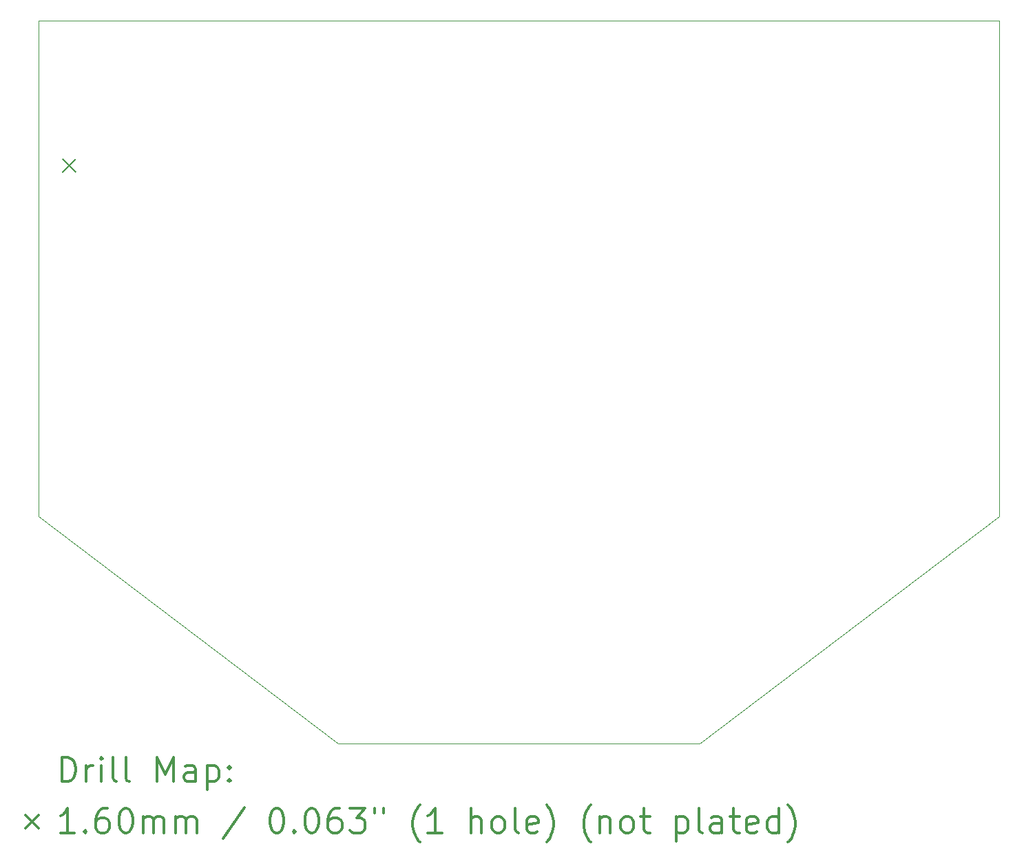
<source format=gbr>
%FSLAX45Y45*%
G04 Gerber Fmt 4.5, Leading zero omitted, Abs format (unit mm)*
G04 Created by KiCad (PCBNEW 5.1.7-a382d34a8~87~ubuntu20.04.1) date 2020-10-16 12:12:10*
%MOMM*%
%LPD*%
G01*
G04 APERTURE LIST*
%TA.AperFunction,Profile*%
%ADD10C,0.050000*%
%TD*%
%ADD11C,0.200000*%
%ADD12C,0.300000*%
G04 APERTURE END LIST*
D10*
X24511000Y-8382000D02*
X20828000Y-11176000D01*
X16383000Y-11176000D02*
X12700000Y-8382000D01*
X12700000Y-8382000D02*
X12700000Y-2286000D01*
X20828000Y-11176000D02*
X16383000Y-11176000D01*
X24511000Y-2286000D02*
X24511000Y-8382000D01*
X12700000Y-2286000D02*
X24511000Y-2286000D01*
D11*
X12990000Y-3984000D02*
X13150000Y-4144000D01*
X13150000Y-3984000D02*
X12990000Y-4144000D01*
D12*
X12983928Y-11644214D02*
X12983928Y-11344214D01*
X13055357Y-11344214D01*
X13098214Y-11358500D01*
X13126786Y-11387071D01*
X13141071Y-11415643D01*
X13155357Y-11472786D01*
X13155357Y-11515643D01*
X13141071Y-11572786D01*
X13126786Y-11601357D01*
X13098214Y-11629929D01*
X13055357Y-11644214D01*
X12983928Y-11644214D01*
X13283928Y-11644214D02*
X13283928Y-11444214D01*
X13283928Y-11501357D02*
X13298214Y-11472786D01*
X13312500Y-11458500D01*
X13341071Y-11444214D01*
X13369643Y-11444214D01*
X13469643Y-11644214D02*
X13469643Y-11444214D01*
X13469643Y-11344214D02*
X13455357Y-11358500D01*
X13469643Y-11372786D01*
X13483928Y-11358500D01*
X13469643Y-11344214D01*
X13469643Y-11372786D01*
X13655357Y-11644214D02*
X13626786Y-11629929D01*
X13612500Y-11601357D01*
X13612500Y-11344214D01*
X13812500Y-11644214D02*
X13783928Y-11629929D01*
X13769643Y-11601357D01*
X13769643Y-11344214D01*
X14155357Y-11644214D02*
X14155357Y-11344214D01*
X14255357Y-11558500D01*
X14355357Y-11344214D01*
X14355357Y-11644214D01*
X14626786Y-11644214D02*
X14626786Y-11487071D01*
X14612500Y-11458500D01*
X14583928Y-11444214D01*
X14526786Y-11444214D01*
X14498214Y-11458500D01*
X14626786Y-11629929D02*
X14598214Y-11644214D01*
X14526786Y-11644214D01*
X14498214Y-11629929D01*
X14483928Y-11601357D01*
X14483928Y-11572786D01*
X14498214Y-11544214D01*
X14526786Y-11529929D01*
X14598214Y-11529929D01*
X14626786Y-11515643D01*
X14769643Y-11444214D02*
X14769643Y-11744214D01*
X14769643Y-11458500D02*
X14798214Y-11444214D01*
X14855357Y-11444214D01*
X14883928Y-11458500D01*
X14898214Y-11472786D01*
X14912500Y-11501357D01*
X14912500Y-11587071D01*
X14898214Y-11615643D01*
X14883928Y-11629929D01*
X14855357Y-11644214D01*
X14798214Y-11644214D01*
X14769643Y-11629929D01*
X15041071Y-11615643D02*
X15055357Y-11629929D01*
X15041071Y-11644214D01*
X15026786Y-11629929D01*
X15041071Y-11615643D01*
X15041071Y-11644214D01*
X15041071Y-11458500D02*
X15055357Y-11472786D01*
X15041071Y-11487071D01*
X15026786Y-11472786D01*
X15041071Y-11458500D01*
X15041071Y-11487071D01*
X12537500Y-12058500D02*
X12697500Y-12218500D01*
X12697500Y-12058500D02*
X12537500Y-12218500D01*
X13141071Y-12274214D02*
X12969643Y-12274214D01*
X13055357Y-12274214D02*
X13055357Y-11974214D01*
X13026786Y-12017071D01*
X12998214Y-12045643D01*
X12969643Y-12059929D01*
X13269643Y-12245643D02*
X13283928Y-12259929D01*
X13269643Y-12274214D01*
X13255357Y-12259929D01*
X13269643Y-12245643D01*
X13269643Y-12274214D01*
X13541071Y-11974214D02*
X13483928Y-11974214D01*
X13455357Y-11988500D01*
X13441071Y-12002786D01*
X13412500Y-12045643D01*
X13398214Y-12102786D01*
X13398214Y-12217071D01*
X13412500Y-12245643D01*
X13426786Y-12259929D01*
X13455357Y-12274214D01*
X13512500Y-12274214D01*
X13541071Y-12259929D01*
X13555357Y-12245643D01*
X13569643Y-12217071D01*
X13569643Y-12145643D01*
X13555357Y-12117071D01*
X13541071Y-12102786D01*
X13512500Y-12088500D01*
X13455357Y-12088500D01*
X13426786Y-12102786D01*
X13412500Y-12117071D01*
X13398214Y-12145643D01*
X13755357Y-11974214D02*
X13783928Y-11974214D01*
X13812500Y-11988500D01*
X13826786Y-12002786D01*
X13841071Y-12031357D01*
X13855357Y-12088500D01*
X13855357Y-12159929D01*
X13841071Y-12217071D01*
X13826786Y-12245643D01*
X13812500Y-12259929D01*
X13783928Y-12274214D01*
X13755357Y-12274214D01*
X13726786Y-12259929D01*
X13712500Y-12245643D01*
X13698214Y-12217071D01*
X13683928Y-12159929D01*
X13683928Y-12088500D01*
X13698214Y-12031357D01*
X13712500Y-12002786D01*
X13726786Y-11988500D01*
X13755357Y-11974214D01*
X13983928Y-12274214D02*
X13983928Y-12074214D01*
X13983928Y-12102786D02*
X13998214Y-12088500D01*
X14026786Y-12074214D01*
X14069643Y-12074214D01*
X14098214Y-12088500D01*
X14112500Y-12117071D01*
X14112500Y-12274214D01*
X14112500Y-12117071D02*
X14126786Y-12088500D01*
X14155357Y-12074214D01*
X14198214Y-12074214D01*
X14226786Y-12088500D01*
X14241071Y-12117071D01*
X14241071Y-12274214D01*
X14383928Y-12274214D02*
X14383928Y-12074214D01*
X14383928Y-12102786D02*
X14398214Y-12088500D01*
X14426786Y-12074214D01*
X14469643Y-12074214D01*
X14498214Y-12088500D01*
X14512500Y-12117071D01*
X14512500Y-12274214D01*
X14512500Y-12117071D02*
X14526786Y-12088500D01*
X14555357Y-12074214D01*
X14598214Y-12074214D01*
X14626786Y-12088500D01*
X14641071Y-12117071D01*
X14641071Y-12274214D01*
X15226786Y-11959929D02*
X14969643Y-12345643D01*
X15612500Y-11974214D02*
X15641071Y-11974214D01*
X15669643Y-11988500D01*
X15683928Y-12002786D01*
X15698214Y-12031357D01*
X15712500Y-12088500D01*
X15712500Y-12159929D01*
X15698214Y-12217071D01*
X15683928Y-12245643D01*
X15669643Y-12259929D01*
X15641071Y-12274214D01*
X15612500Y-12274214D01*
X15583928Y-12259929D01*
X15569643Y-12245643D01*
X15555357Y-12217071D01*
X15541071Y-12159929D01*
X15541071Y-12088500D01*
X15555357Y-12031357D01*
X15569643Y-12002786D01*
X15583928Y-11988500D01*
X15612500Y-11974214D01*
X15841071Y-12245643D02*
X15855357Y-12259929D01*
X15841071Y-12274214D01*
X15826786Y-12259929D01*
X15841071Y-12245643D01*
X15841071Y-12274214D01*
X16041071Y-11974214D02*
X16069643Y-11974214D01*
X16098214Y-11988500D01*
X16112500Y-12002786D01*
X16126786Y-12031357D01*
X16141071Y-12088500D01*
X16141071Y-12159929D01*
X16126786Y-12217071D01*
X16112500Y-12245643D01*
X16098214Y-12259929D01*
X16069643Y-12274214D01*
X16041071Y-12274214D01*
X16012500Y-12259929D01*
X15998214Y-12245643D01*
X15983928Y-12217071D01*
X15969643Y-12159929D01*
X15969643Y-12088500D01*
X15983928Y-12031357D01*
X15998214Y-12002786D01*
X16012500Y-11988500D01*
X16041071Y-11974214D01*
X16398214Y-11974214D02*
X16341071Y-11974214D01*
X16312500Y-11988500D01*
X16298214Y-12002786D01*
X16269643Y-12045643D01*
X16255357Y-12102786D01*
X16255357Y-12217071D01*
X16269643Y-12245643D01*
X16283928Y-12259929D01*
X16312500Y-12274214D01*
X16369643Y-12274214D01*
X16398214Y-12259929D01*
X16412500Y-12245643D01*
X16426786Y-12217071D01*
X16426786Y-12145643D01*
X16412500Y-12117071D01*
X16398214Y-12102786D01*
X16369643Y-12088500D01*
X16312500Y-12088500D01*
X16283928Y-12102786D01*
X16269643Y-12117071D01*
X16255357Y-12145643D01*
X16526786Y-11974214D02*
X16712500Y-11974214D01*
X16612500Y-12088500D01*
X16655357Y-12088500D01*
X16683928Y-12102786D01*
X16698214Y-12117071D01*
X16712500Y-12145643D01*
X16712500Y-12217071D01*
X16698214Y-12245643D01*
X16683928Y-12259929D01*
X16655357Y-12274214D01*
X16569643Y-12274214D01*
X16541071Y-12259929D01*
X16526786Y-12245643D01*
X16826786Y-11974214D02*
X16826786Y-12031357D01*
X16941071Y-11974214D02*
X16941071Y-12031357D01*
X17383928Y-12388500D02*
X17369643Y-12374214D01*
X17341071Y-12331357D01*
X17326786Y-12302786D01*
X17312500Y-12259929D01*
X17298214Y-12188500D01*
X17298214Y-12131357D01*
X17312500Y-12059929D01*
X17326786Y-12017071D01*
X17341071Y-11988500D01*
X17369643Y-11945643D01*
X17383928Y-11931357D01*
X17655357Y-12274214D02*
X17483928Y-12274214D01*
X17569643Y-12274214D02*
X17569643Y-11974214D01*
X17541071Y-12017071D01*
X17512500Y-12045643D01*
X17483928Y-12059929D01*
X18012500Y-12274214D02*
X18012500Y-11974214D01*
X18141071Y-12274214D02*
X18141071Y-12117071D01*
X18126786Y-12088500D01*
X18098214Y-12074214D01*
X18055357Y-12074214D01*
X18026786Y-12088500D01*
X18012500Y-12102786D01*
X18326786Y-12274214D02*
X18298214Y-12259929D01*
X18283928Y-12245643D01*
X18269643Y-12217071D01*
X18269643Y-12131357D01*
X18283928Y-12102786D01*
X18298214Y-12088500D01*
X18326786Y-12074214D01*
X18369643Y-12074214D01*
X18398214Y-12088500D01*
X18412500Y-12102786D01*
X18426786Y-12131357D01*
X18426786Y-12217071D01*
X18412500Y-12245643D01*
X18398214Y-12259929D01*
X18369643Y-12274214D01*
X18326786Y-12274214D01*
X18598214Y-12274214D02*
X18569643Y-12259929D01*
X18555357Y-12231357D01*
X18555357Y-11974214D01*
X18826786Y-12259929D02*
X18798214Y-12274214D01*
X18741071Y-12274214D01*
X18712500Y-12259929D01*
X18698214Y-12231357D01*
X18698214Y-12117071D01*
X18712500Y-12088500D01*
X18741071Y-12074214D01*
X18798214Y-12074214D01*
X18826786Y-12088500D01*
X18841071Y-12117071D01*
X18841071Y-12145643D01*
X18698214Y-12174214D01*
X18941071Y-12388500D02*
X18955357Y-12374214D01*
X18983928Y-12331357D01*
X18998214Y-12302786D01*
X19012500Y-12259929D01*
X19026786Y-12188500D01*
X19026786Y-12131357D01*
X19012500Y-12059929D01*
X18998214Y-12017071D01*
X18983928Y-11988500D01*
X18955357Y-11945643D01*
X18941071Y-11931357D01*
X19483928Y-12388500D02*
X19469643Y-12374214D01*
X19441071Y-12331357D01*
X19426786Y-12302786D01*
X19412500Y-12259929D01*
X19398214Y-12188500D01*
X19398214Y-12131357D01*
X19412500Y-12059929D01*
X19426786Y-12017071D01*
X19441071Y-11988500D01*
X19469643Y-11945643D01*
X19483928Y-11931357D01*
X19598214Y-12074214D02*
X19598214Y-12274214D01*
X19598214Y-12102786D02*
X19612500Y-12088500D01*
X19641071Y-12074214D01*
X19683928Y-12074214D01*
X19712500Y-12088500D01*
X19726786Y-12117071D01*
X19726786Y-12274214D01*
X19912500Y-12274214D02*
X19883928Y-12259929D01*
X19869643Y-12245643D01*
X19855357Y-12217071D01*
X19855357Y-12131357D01*
X19869643Y-12102786D01*
X19883928Y-12088500D01*
X19912500Y-12074214D01*
X19955357Y-12074214D01*
X19983928Y-12088500D01*
X19998214Y-12102786D01*
X20012500Y-12131357D01*
X20012500Y-12217071D01*
X19998214Y-12245643D01*
X19983928Y-12259929D01*
X19955357Y-12274214D01*
X19912500Y-12274214D01*
X20098214Y-12074214D02*
X20212500Y-12074214D01*
X20141071Y-11974214D02*
X20141071Y-12231357D01*
X20155357Y-12259929D01*
X20183928Y-12274214D01*
X20212500Y-12274214D01*
X20541071Y-12074214D02*
X20541071Y-12374214D01*
X20541071Y-12088500D02*
X20569643Y-12074214D01*
X20626786Y-12074214D01*
X20655357Y-12088500D01*
X20669643Y-12102786D01*
X20683928Y-12131357D01*
X20683928Y-12217071D01*
X20669643Y-12245643D01*
X20655357Y-12259929D01*
X20626786Y-12274214D01*
X20569643Y-12274214D01*
X20541071Y-12259929D01*
X20855357Y-12274214D02*
X20826786Y-12259929D01*
X20812500Y-12231357D01*
X20812500Y-11974214D01*
X21098214Y-12274214D02*
X21098214Y-12117071D01*
X21083928Y-12088500D01*
X21055357Y-12074214D01*
X20998214Y-12074214D01*
X20969643Y-12088500D01*
X21098214Y-12259929D02*
X21069643Y-12274214D01*
X20998214Y-12274214D01*
X20969643Y-12259929D01*
X20955357Y-12231357D01*
X20955357Y-12202786D01*
X20969643Y-12174214D01*
X20998214Y-12159929D01*
X21069643Y-12159929D01*
X21098214Y-12145643D01*
X21198214Y-12074214D02*
X21312500Y-12074214D01*
X21241071Y-11974214D02*
X21241071Y-12231357D01*
X21255357Y-12259929D01*
X21283928Y-12274214D01*
X21312500Y-12274214D01*
X21526786Y-12259929D02*
X21498214Y-12274214D01*
X21441071Y-12274214D01*
X21412500Y-12259929D01*
X21398214Y-12231357D01*
X21398214Y-12117071D01*
X21412500Y-12088500D01*
X21441071Y-12074214D01*
X21498214Y-12074214D01*
X21526786Y-12088500D01*
X21541071Y-12117071D01*
X21541071Y-12145643D01*
X21398214Y-12174214D01*
X21798214Y-12274214D02*
X21798214Y-11974214D01*
X21798214Y-12259929D02*
X21769643Y-12274214D01*
X21712500Y-12274214D01*
X21683928Y-12259929D01*
X21669643Y-12245643D01*
X21655357Y-12217071D01*
X21655357Y-12131357D01*
X21669643Y-12102786D01*
X21683928Y-12088500D01*
X21712500Y-12074214D01*
X21769643Y-12074214D01*
X21798214Y-12088500D01*
X21912500Y-12388500D02*
X21926786Y-12374214D01*
X21955357Y-12331357D01*
X21969643Y-12302786D01*
X21983928Y-12259929D01*
X21998214Y-12188500D01*
X21998214Y-12131357D01*
X21983928Y-12059929D01*
X21969643Y-12017071D01*
X21955357Y-11988500D01*
X21926786Y-11945643D01*
X21912500Y-11931357D01*
M02*

</source>
